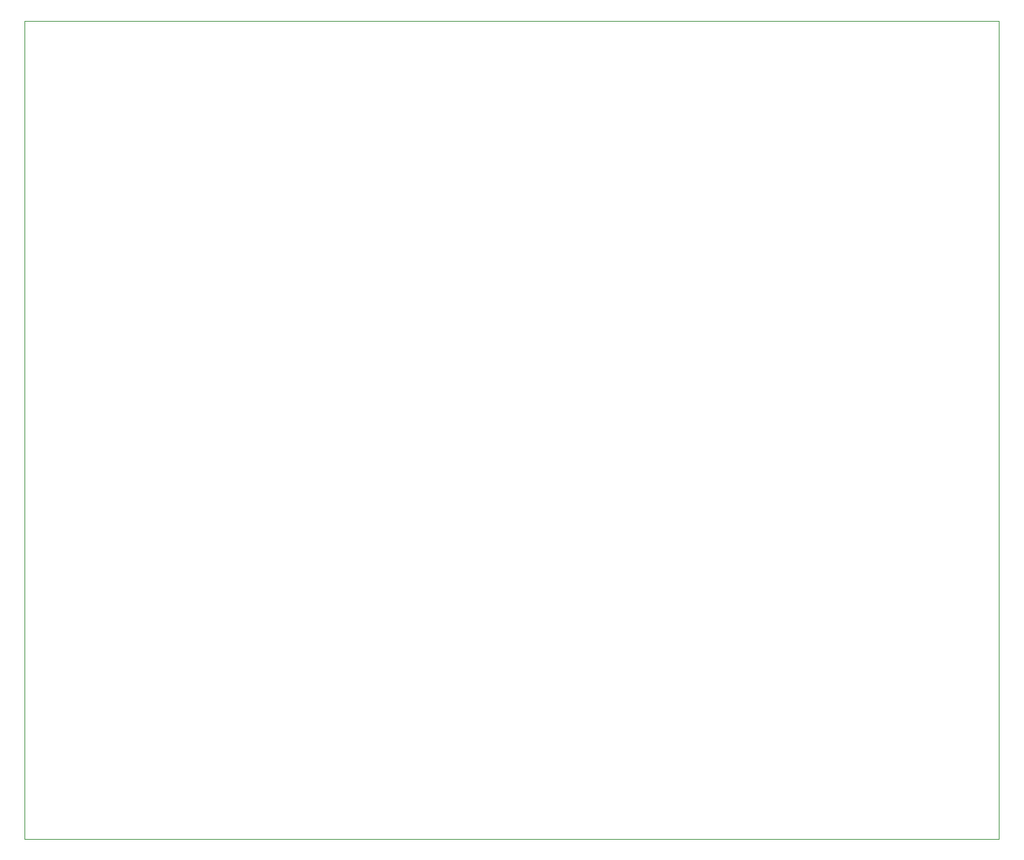
<source format=gbr>
G04 #@! TF.FileFunction,Profile,NP*
%FSLAX46Y46*%
G04 Gerber Fmt 4.6, Leading zero omitted, Abs format (unit mm)*
G04 Created by KiCad (PCBNEW 4.0.5) date Wed Apr  5 01:36:34 2017*
%MOMM*%
%LPD*%
G01*
G04 APERTURE LIST*
%ADD10C,0.100000*%
G04 APERTURE END LIST*
D10*
X117856000Y99060000D02*
X117856000Y0D01*
X0Y99060000D02*
X117856000Y99060000D01*
X0Y0D02*
X0Y99060000D01*
X0Y0D02*
X117856000Y0D01*
M02*

</source>
